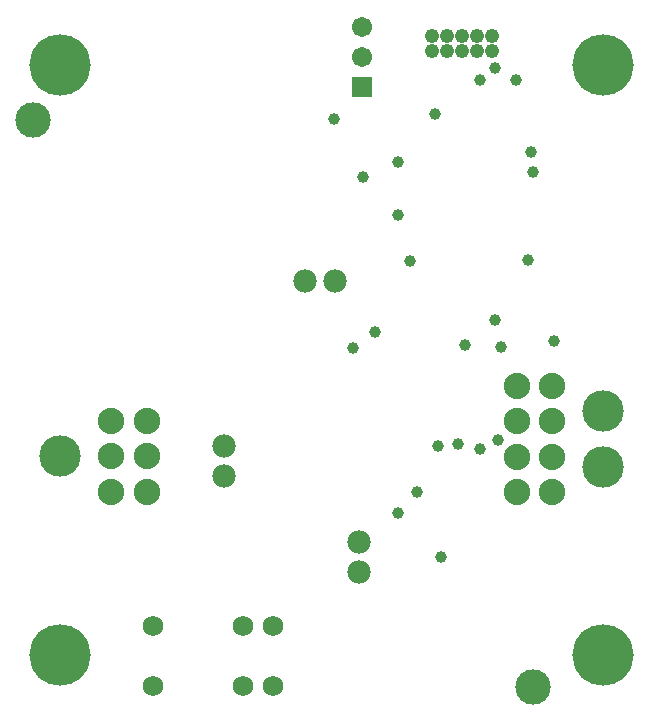
<source format=gbs>
G04*
G04 #@! TF.GenerationSoftware,Altium Limited,Altium Designer,19.0.10 (269)*
G04*
G04 Layer_Color=16711935*
%FSLAX25Y25*%
%MOIN*%
G70*
G01*
G75*
%ADD32C,0.11811*%
%ADD33C,0.07800*%
%ADD34C,0.13811*%
%ADD35C,0.08800*%
%ADD36C,0.04800*%
%ADD37R,0.06706X0.06706*%
%ADD38C,0.06706*%
%ADD39C,0.06800*%
%ADD40C,0.20472*%
%ADD41C,0.03950*%
D32*
X547500Y206000D02*
D03*
X381000Y395000D02*
D03*
D33*
X481500Y341500D02*
D03*
X471500D02*
D03*
X444500Y276500D02*
D03*
Y286500D02*
D03*
X489500Y244500D02*
D03*
Y254500D02*
D03*
D34*
X571000Y279496D02*
D03*
Y298000D02*
D03*
X390000Y283000D02*
D03*
D35*
X542181Y271031D02*
D03*
X554000D02*
D03*
X542181Y306465D02*
D03*
X554000D02*
D03*
Y294654D02*
D03*
Y282842D02*
D03*
X542181Y294654D02*
D03*
Y282842D02*
D03*
X407000Y294811D02*
D03*
X418819D02*
D03*
Y283000D02*
D03*
Y271189D02*
D03*
X407000Y283000D02*
D03*
Y271189D02*
D03*
D36*
X524000Y418000D02*
D03*
Y423000D02*
D03*
X529000D02*
D03*
Y418000D02*
D03*
X534000D02*
D03*
Y423000D02*
D03*
X519000D02*
D03*
Y418000D02*
D03*
X514000D02*
D03*
Y423000D02*
D03*
D37*
X490500Y406000D02*
D03*
D38*
Y416000D02*
D03*
Y426000D02*
D03*
D39*
X421000Y226500D02*
D03*
Y206500D02*
D03*
X451000Y226500D02*
D03*
Y206500D02*
D03*
X461000Y226500D02*
D03*
Y206500D02*
D03*
D40*
X570866Y216535D02*
D03*
Y413386D02*
D03*
X390035Y216535D02*
D03*
Y413386D02*
D03*
D41*
X535000Y412500D02*
D03*
X547500Y377624D02*
D03*
X546000Y348500D02*
D03*
X536000Y288500D02*
D03*
X517000Y249500D02*
D03*
X554500Y321500D02*
D03*
X509000Y271000D02*
D03*
X516000Y286500D02*
D03*
X502500Y264000D02*
D03*
Y363500D02*
D03*
X515000Y397000D02*
D03*
X481124Y395500D02*
D03*
X542000Y408500D02*
D03*
X530000D02*
D03*
X502500Y381000D02*
D03*
X491000Y376000D02*
D03*
X547000Y384500D02*
D03*
X506500Y348000D02*
D03*
X525000Y320000D02*
D03*
X487500Y319000D02*
D03*
X495000Y324500D02*
D03*
X522500Y287000D02*
D03*
X537000Y319500D02*
D03*
X530000Y285500D02*
D03*
X535000Y328500D02*
D03*
M02*

</source>
